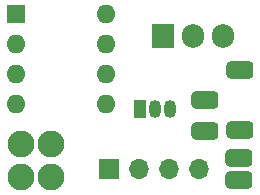
<source format=gbr>
%TF.GenerationSoftware,KiCad,Pcbnew,7.0.6-0*%
%TF.CreationDate,2023-09-04T19:04:00-04:00*%
%TF.ProjectId,Hapto_MK_2,48617074-6f5f-44d4-9b5f-322e6b696361,rev?*%
%TF.SameCoordinates,Original*%
%TF.FileFunction,Soldermask,Top*%
%TF.FilePolarity,Negative*%
%FSLAX46Y46*%
G04 Gerber Fmt 4.6, Leading zero omitted, Abs format (unit mm)*
G04 Created by KiCad (PCBNEW 7.0.6-0) date 2023-09-04 19:04:00*
%MOMM*%
%LPD*%
G01*
G04 APERTURE LIST*
G04 Aperture macros list*
%AMRoundRect*
0 Rectangle with rounded corners*
0 $1 Rounding radius*
0 $2 $3 $4 $5 $6 $7 $8 $9 X,Y pos of 4 corners*
0 Add a 4 corners polygon primitive as box body*
4,1,4,$2,$3,$4,$5,$6,$7,$8,$9,$2,$3,0*
0 Add four circle primitives for the rounded corners*
1,1,$1+$1,$2,$3*
1,1,$1+$1,$4,$5*
1,1,$1+$1,$6,$7*
1,1,$1+$1,$8,$9*
0 Add four rect primitives between the rounded corners*
20,1,$1+$1,$2,$3,$4,$5,0*
20,1,$1+$1,$4,$5,$6,$7,0*
20,1,$1+$1,$6,$7,$8,$9,0*
20,1,$1+$1,$8,$9,$2,$3,0*%
%AMFreePoly0*
4,1,35,0.312797,1.099367,0.509479,1.023172,0.688811,0.912134,0.844687,0.770034,0.971798,0.601712,1.065816,0.412899,1.123538,0.210026,1.143000,0.000000,1.123538,-0.210026,1.065816,-0.412899,0.971798,-0.601712,0.844687,-0.770034,0.688811,-0.912134,0.509479,-1.023172,0.312797,-1.099367,0.105463,-1.138124,-0.105463,-1.138124,-0.312797,-1.099367,-0.509479,-1.023172,-0.688811,-0.912134,
-0.844687,-0.770034,-0.971798,-0.601712,-1.065816,-0.412899,-1.123538,-0.210026,-1.143000,0.000000,-1.123538,0.210026,-1.065816,0.412899,-0.971798,0.601712,-0.844687,0.770034,-0.688811,0.912134,-0.509479,1.023172,-0.312797,1.099367,-0.105463,1.138124,0.105463,1.138124,0.312797,1.099367,0.312797,1.099367,$1*%
G04 Aperture macros list end*
%ADD10R,1.905000X2.000000*%
%ADD11O,1.905000X2.000000*%
%ADD12RoundRect,0.381000X-0.762000X-0.381000X0.762000X-0.381000X0.762000X0.381000X-0.762000X0.381000X0*%
%ADD13R,1.600000X1.600000*%
%ADD14O,1.600000X1.600000*%
%ADD15FreePoly0,0.000000*%
%ADD16R,1.050000X1.500000*%
%ADD17O,1.050000X1.500000*%
%ADD18R,1.700000X1.700000*%
%ADD19O,1.700000X1.700000*%
G04 APERTURE END LIST*
D10*
%TO.C,U3*%
X156970000Y-103050000D03*
D11*
X159510000Y-103050000D03*
X162050000Y-103050000D03*
%TD*%
D12*
%TO.C,U6*%
X163400000Y-113420000D03*
X163400000Y-115200000D03*
%TD*%
%TO.C,U4*%
X163540000Y-105960000D03*
X163540000Y-111040000D03*
%TD*%
D13*
%TO.C,U2*%
X144510000Y-101200000D03*
D14*
X144510000Y-103740000D03*
X144510000Y-106280000D03*
X144510000Y-108820000D03*
X152130000Y-108820000D03*
X152130000Y-106280000D03*
X152130000Y-103740000D03*
X152130000Y-101200000D03*
%TD*%
D15*
%TO.C,C1*%
X145000000Y-112230000D03*
X147540000Y-112230000D03*
%TD*%
D16*
%TO.C,Q1*%
X155000000Y-109220000D03*
D17*
X156270000Y-109220000D03*
X157540000Y-109220000D03*
%TD*%
D18*
%TO.C,U5*%
X152400000Y-114300000D03*
D19*
X154940000Y-114300000D03*
X157480000Y-114300000D03*
X160020000Y-114300000D03*
%TD*%
D12*
%TO.C,U1*%
X160575000Y-108500000D03*
X160575000Y-111100000D03*
%TD*%
D15*
%TO.C,C2*%
X145000000Y-114980000D03*
X147540000Y-114980000D03*
%TD*%
M02*

</source>
